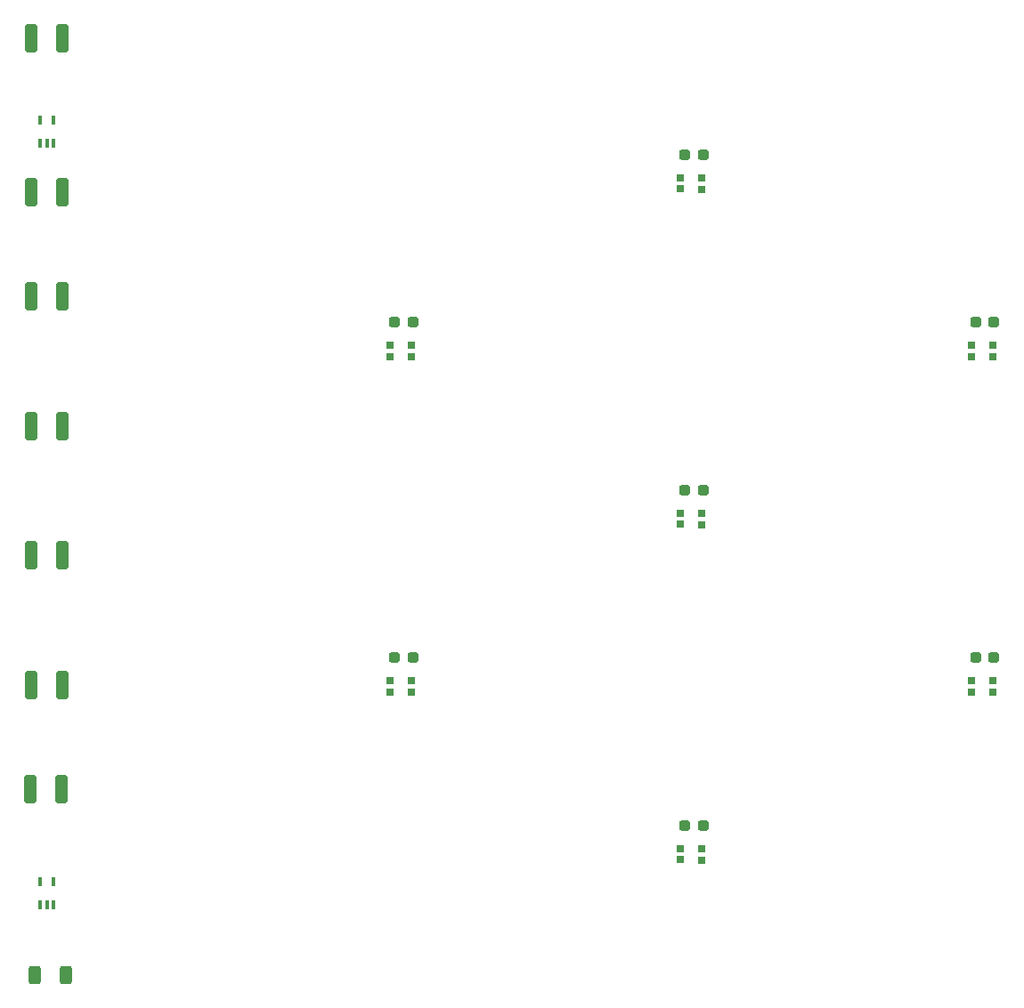
<source format=gbr>
%TF.GenerationSoftware,KiCad,Pcbnew,(6.0.8-1)-1*%
%TF.CreationDate,2023-03-28T16:35:18-04:00*%
%TF.ProjectId,Untitled,556e7469-746c-4656-942e-6b696361645f,rev?*%
%TF.SameCoordinates,Original*%
%TF.FileFunction,Paste,Top*%
%TF.FilePolarity,Positive*%
%FSLAX46Y46*%
G04 Gerber Fmt 4.6, Leading zero omitted, Abs format (unit mm)*
G04 Created by KiCad (PCBNEW (6.0.8-1)-1) date 2023-03-28 16:35:18*
%MOMM*%
%LPD*%
G01*
G04 APERTURE LIST*
G04 Aperture macros list*
%AMRoundRect*
0 Rectangle with rounded corners*
0 $1 Rounding radius*
0 $2 $3 $4 $5 $6 $7 $8 $9 X,Y pos of 4 corners*
0 Add a 4 corners polygon primitive as box body*
4,1,4,$2,$3,$4,$5,$6,$7,$8,$9,$2,$3,0*
0 Add four circle primitives for the rounded corners*
1,1,$1+$1,$2,$3*
1,1,$1+$1,$4,$5*
1,1,$1+$1,$6,$7*
1,1,$1+$1,$8,$9*
0 Add four rect primitives between the rounded corners*
20,1,$1+$1,$2,$3,$4,$5,0*
20,1,$1+$1,$4,$5,$6,$7,0*
20,1,$1+$1,$6,$7,$8,$9,0*
20,1,$1+$1,$8,$9,$2,$3,0*%
G04 Aperture macros list end*
%ADD10R,0.700000X0.700000*%
%ADD11RoundRect,0.250000X-0.325000X-1.100000X0.325000X-1.100000X0.325000X1.100000X-0.325000X1.100000X0*%
%ADD12RoundRect,0.087500X-0.087500X-0.337500X0.087500X-0.337500X0.087500X0.337500X-0.087500X0.337500X0*%
%ADD13RoundRect,0.250000X-0.312500X-0.625000X0.312500X-0.625000X0.312500X0.625000X-0.312500X0.625000X0*%
%ADD14RoundRect,0.237500X-0.287500X-0.237500X0.287500X-0.237500X0.287500X0.237500X-0.287500X0.237500X0*%
G04 APERTURE END LIST*
D10*
%TO.C,REF\u002A\u002A*%
X128382500Y-81370000D03*
X126357500Y-81370000D03*
X126357500Y-82420000D03*
X128382500Y-82470000D03*
%TD*%
%TO.C,REF\u002A\u002A*%
X100752500Y-97320000D03*
X98727500Y-97320000D03*
X98727500Y-98370000D03*
X100752500Y-98420000D03*
%TD*%
%TO.C,REF\u002A\u002A*%
X128382500Y-49460000D03*
X126357500Y-49460000D03*
X126357500Y-50510000D03*
X128382500Y-50560000D03*
%TD*%
%TO.C,REF\u002A\u002A*%
X156022500Y-97320000D03*
X153997500Y-97320000D03*
X153997500Y-98370000D03*
X156022500Y-98420000D03*
%TD*%
%TO.C,REF\u002A\u002A*%
X128382500Y-113280000D03*
X126357500Y-113280000D03*
X126357500Y-114330000D03*
X128382500Y-114380000D03*
%TD*%
%TO.C,REF\u002A\u002A*%
X156022500Y-65410000D03*
X153997500Y-65410000D03*
X153997500Y-66460000D03*
X156022500Y-66510000D03*
%TD*%
%TO.C,REF\u002A\u002A*%
X100752500Y-65410000D03*
X98727500Y-65410000D03*
X98727500Y-66460000D03*
X100752500Y-66510000D03*
%TD*%
D11*
%TO.C,10 nF*%
X64525000Y-107600000D03*
X67475000Y-107600000D03*
%TD*%
D12*
%TO.C,Temp2*%
X65450000Y-118600000D03*
X66100000Y-118600000D03*
X66750000Y-118600000D03*
X66750000Y-116400000D03*
X65450000Y-116400000D03*
%TD*%
D13*
%TO.C,50 \u03A9*%
X64937500Y-125300000D03*
X67862500Y-125300000D03*
%TD*%
D12*
%TO.C,REF\u002A\u002A*%
X65450000Y-46200000D03*
X66100000Y-46200000D03*
X66750000Y-46200000D03*
X66750000Y-44000000D03*
X65450000Y-44000000D03*
%TD*%
D11*
%TO.C,10 nF*%
X64625000Y-36145716D03*
X67575000Y-36145716D03*
%TD*%
D14*
%TO.C,REF\u002A\u002A*%
X99125000Y-95110000D03*
X100875000Y-95110000D03*
%TD*%
D11*
%TO.C,10 nF*%
X64625000Y-73072857D03*
X67575000Y-73072857D03*
%TD*%
D14*
%TO.C,REF\u002A\u002A*%
X154395000Y-95110000D03*
X156145000Y-95110000D03*
%TD*%
%TO.C,REF\u002A\u002A*%
X154395000Y-63200000D03*
X156145000Y-63200000D03*
%TD*%
D11*
%TO.C,10 nF*%
X64625000Y-60763810D03*
X67575000Y-60763810D03*
%TD*%
%TO.C,10 nF*%
X64625000Y-50800000D03*
X67575000Y-50800000D03*
%TD*%
D14*
%TO.C,REF\u002A\u002A*%
X126755000Y-111070000D03*
X128505000Y-111070000D03*
%TD*%
%TO.C,REF\u002A\u002A*%
X126755000Y-47250000D03*
X128505000Y-47250000D03*
%TD*%
D11*
%TO.C,10 nF*%
X64625000Y-85381904D03*
X67575000Y-85381904D03*
%TD*%
D14*
%TO.C,REF\u002A\u002A*%
X126755000Y-79160000D03*
X128505000Y-79160000D03*
%TD*%
D11*
%TO.C,10 nF*%
X64625000Y-97690951D03*
X67575000Y-97690951D03*
%TD*%
D14*
%TO.C,REF\u002A\u002A*%
X99125000Y-63200000D03*
X100875000Y-63200000D03*
%TD*%
M02*

</source>
